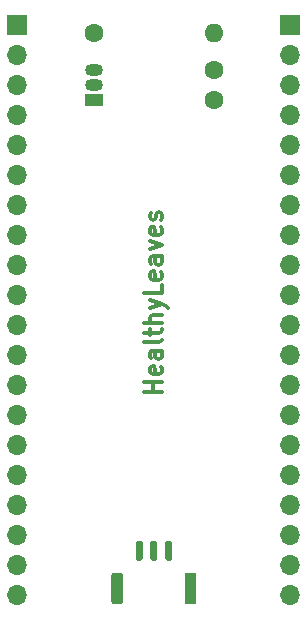
<source format=gbr>
%TF.GenerationSoftware,KiCad,Pcbnew,5.1.8-db9833491~87~ubuntu20.04.1*%
%TF.CreationDate,2020-11-15T22:53:27-05:00*%
%TF.ProjectId,shield,73686965-6c64-42e6-9b69-6361645f7063,rev?*%
%TF.SameCoordinates,Original*%
%TF.FileFunction,Soldermask,Top*%
%TF.FilePolarity,Negative*%
%FSLAX46Y46*%
G04 Gerber Fmt 4.6, Leading zero omitted, Abs format (unit mm)*
G04 Created by KiCad (PCBNEW 5.1.8-db9833491~87~ubuntu20.04.1) date 2020-11-15 22:53:27*
%MOMM*%
%LPD*%
G01*
G04 APERTURE LIST*
%ADD10C,0.300000*%
%ADD11R,1.700000X1.700000*%
%ADD12O,1.700000X1.700000*%
%ADD13C,1.600000*%
%ADD14O,1.600000X1.600000*%
%ADD15R,1.500000X1.050000*%
%ADD16O,1.500000X1.050000*%
G04 APERTURE END LIST*
D10*
X140378571Y-109171428D02*
X138878571Y-109171428D01*
X139592857Y-109171428D02*
X139592857Y-108314285D01*
X140378571Y-108314285D02*
X138878571Y-108314285D01*
X140307142Y-107028571D02*
X140378571Y-107171428D01*
X140378571Y-107457142D01*
X140307142Y-107600000D01*
X140164285Y-107671428D01*
X139592857Y-107671428D01*
X139450000Y-107600000D01*
X139378571Y-107457142D01*
X139378571Y-107171428D01*
X139450000Y-107028571D01*
X139592857Y-106957142D01*
X139735714Y-106957142D01*
X139878571Y-107671428D01*
X140378571Y-105671428D02*
X139592857Y-105671428D01*
X139450000Y-105742857D01*
X139378571Y-105885714D01*
X139378571Y-106171428D01*
X139450000Y-106314285D01*
X140307142Y-105671428D02*
X140378571Y-105814285D01*
X140378571Y-106171428D01*
X140307142Y-106314285D01*
X140164285Y-106385714D01*
X140021428Y-106385714D01*
X139878571Y-106314285D01*
X139807142Y-106171428D01*
X139807142Y-105814285D01*
X139735714Y-105671428D01*
X140378571Y-104742857D02*
X140307142Y-104885714D01*
X140164285Y-104957142D01*
X138878571Y-104957142D01*
X139378571Y-104385714D02*
X139378571Y-103814285D01*
X138878571Y-104171428D02*
X140164285Y-104171428D01*
X140307142Y-104100000D01*
X140378571Y-103957142D01*
X140378571Y-103814285D01*
X140378571Y-103314285D02*
X138878571Y-103314285D01*
X140378571Y-102671428D02*
X139592857Y-102671428D01*
X139450000Y-102742857D01*
X139378571Y-102885714D01*
X139378571Y-103100000D01*
X139450000Y-103242857D01*
X139521428Y-103314285D01*
X139378571Y-102100000D02*
X140378571Y-101742857D01*
X139378571Y-101385714D02*
X140378571Y-101742857D01*
X140735714Y-101885714D01*
X140807142Y-101957142D01*
X140878571Y-102100000D01*
X140378571Y-100100000D02*
X140378571Y-100814285D01*
X138878571Y-100814285D01*
X140307142Y-99028571D02*
X140378571Y-99171428D01*
X140378571Y-99457142D01*
X140307142Y-99600000D01*
X140164285Y-99671428D01*
X139592857Y-99671428D01*
X139450000Y-99600000D01*
X139378571Y-99457142D01*
X139378571Y-99171428D01*
X139450000Y-99028571D01*
X139592857Y-98957142D01*
X139735714Y-98957142D01*
X139878571Y-99671428D01*
X140378571Y-97671428D02*
X139592857Y-97671428D01*
X139450000Y-97742857D01*
X139378571Y-97885714D01*
X139378571Y-98171428D01*
X139450000Y-98314285D01*
X140307142Y-97671428D02*
X140378571Y-97814285D01*
X140378571Y-98171428D01*
X140307142Y-98314285D01*
X140164285Y-98385714D01*
X140021428Y-98385714D01*
X139878571Y-98314285D01*
X139807142Y-98171428D01*
X139807142Y-97814285D01*
X139735714Y-97671428D01*
X139378571Y-97100000D02*
X140378571Y-96742857D01*
X139378571Y-96385714D01*
X140307142Y-95242857D02*
X140378571Y-95385714D01*
X140378571Y-95671428D01*
X140307142Y-95814285D01*
X140164285Y-95885714D01*
X139592857Y-95885714D01*
X139450000Y-95814285D01*
X139378571Y-95671428D01*
X139378571Y-95385714D01*
X139450000Y-95242857D01*
X139592857Y-95171428D01*
X139735714Y-95171428D01*
X139878571Y-95885714D01*
X140307142Y-94600000D02*
X140378571Y-94457142D01*
X140378571Y-94171428D01*
X140307142Y-94028571D01*
X140164285Y-93957142D01*
X140092857Y-93957142D01*
X139950000Y-94028571D01*
X139878571Y-94171428D01*
X139878571Y-94385714D01*
X139807142Y-94528571D01*
X139664285Y-94600000D01*
X139592857Y-94600000D01*
X139450000Y-94528571D01*
X139378571Y-94385714D01*
X139378571Y-94171428D01*
X139450000Y-94028571D01*
%TO.C,J3*%
G36*
G01*
X138150000Y-123310000D02*
X138150000Y-121910000D01*
G75*
G02*
X138300000Y-121760000I150000J0D01*
G01*
X138600000Y-121760000D01*
G75*
G02*
X138750000Y-121910000I0J-150000D01*
G01*
X138750000Y-123310000D01*
G75*
G02*
X138600000Y-123460000I-150000J0D01*
G01*
X138300000Y-123460000D01*
G75*
G02*
X138150000Y-123310000I0J150000D01*
G01*
G37*
G36*
G01*
X139400000Y-123310000D02*
X139400000Y-121910000D01*
G75*
G02*
X139550000Y-121760000I150000J0D01*
G01*
X139850000Y-121760000D01*
G75*
G02*
X140000000Y-121910000I0J-150000D01*
G01*
X140000000Y-123310000D01*
G75*
G02*
X139850000Y-123460000I-150000J0D01*
G01*
X139550000Y-123460000D01*
G75*
G02*
X139400000Y-123310000I0J150000D01*
G01*
G37*
G36*
G01*
X140650000Y-123310000D02*
X140650000Y-121910000D01*
G75*
G02*
X140800000Y-121760000I150000J0D01*
G01*
X141100000Y-121760000D01*
G75*
G02*
X141250000Y-121910000I0J-150000D01*
G01*
X141250000Y-123310000D01*
G75*
G02*
X141100000Y-123460000I-150000J0D01*
G01*
X140800000Y-123460000D01*
G75*
G02*
X140650000Y-123310000I0J150000D01*
G01*
G37*
G36*
G01*
X136100000Y-126910000D02*
X136100000Y-124710000D01*
G75*
G02*
X136350000Y-124460000I250000J0D01*
G01*
X136850000Y-124460000D01*
G75*
G02*
X137100000Y-124710000I0J-250000D01*
G01*
X137100000Y-126910000D01*
G75*
G02*
X136850000Y-127160000I-250000J0D01*
G01*
X136350000Y-127160000D01*
G75*
G02*
X136100000Y-126910000I0J250000D01*
G01*
G37*
G36*
G01*
X142300000Y-126910000D02*
X142300000Y-124710000D01*
G75*
G02*
X142550000Y-124460000I250000J0D01*
G01*
X143050000Y-124460000D01*
G75*
G02*
X143300000Y-124710000I0J-250000D01*
G01*
X143300000Y-126910000D01*
G75*
G02*
X143050000Y-127160000I-250000J0D01*
G01*
X142550000Y-127160000D01*
G75*
G02*
X142300000Y-126910000I0J250000D01*
G01*
G37*
%TD*%
D11*
%TO.C,J1*%
X151257000Y-78105000D03*
D12*
X151257000Y-80645000D03*
X151257000Y-83185000D03*
X151257000Y-85725000D03*
X151257000Y-88265000D03*
X151257000Y-90805000D03*
X151257000Y-93345000D03*
X151257000Y-95885000D03*
X151257000Y-98425000D03*
X151257000Y-100965000D03*
X151257000Y-103505000D03*
X151257000Y-106045000D03*
X151257000Y-108585000D03*
X151257000Y-111125000D03*
X151257000Y-113665000D03*
X151257000Y-116205000D03*
X151257000Y-118745000D03*
X151257000Y-121285000D03*
X151257000Y-123825000D03*
X151257000Y-126365000D03*
%TD*%
%TO.C,J2*%
X128143000Y-126365000D03*
X128143000Y-123825000D03*
X128143000Y-121285000D03*
X128143000Y-118745000D03*
X128143000Y-116205000D03*
X128143000Y-113665000D03*
X128143000Y-111125000D03*
X128143000Y-108585000D03*
X128143000Y-106045000D03*
X128143000Y-103505000D03*
X128143000Y-100965000D03*
X128143000Y-98425000D03*
X128143000Y-95885000D03*
X128143000Y-93345000D03*
X128143000Y-90805000D03*
X128143000Y-88265000D03*
X128143000Y-85725000D03*
X128143000Y-83185000D03*
X128143000Y-80645000D03*
D11*
X128143000Y-78105000D03*
%TD*%
D13*
%TO.C,R1*%
X144780000Y-84455000D03*
X144780000Y-81915000D03*
%TD*%
D14*
%TO.C,R2*%
X144780000Y-78740000D03*
D13*
X134620000Y-78740000D03*
%TD*%
D15*
%TO.C,U1*%
X134620000Y-84455000D03*
D16*
X134620000Y-81915000D03*
X134620000Y-83185000D03*
%TD*%
M02*

</source>
